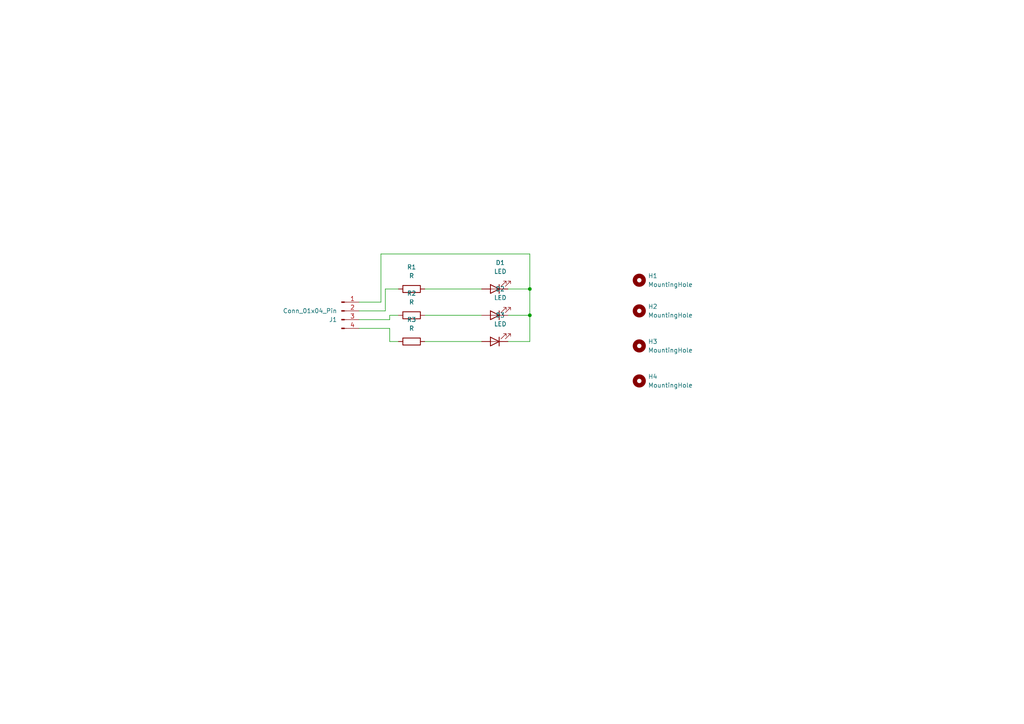
<source format=kicad_sch>
(kicad_sch
	(version 20250114)
	(generator "eeschema")
	(generator_version "9.0")
	(uuid "337cb4a7-c655-4b8a-a332-c5c5a0558540")
	(paper "A4")
	(lib_symbols
		(symbol "Connector:Conn_01x04_Pin"
			(pin_names
				(offset 1.016)
				(hide yes)
			)
			(exclude_from_sim no)
			(in_bom yes)
			(on_board yes)
			(property "Reference" "J"
				(at 0 5.08 0)
				(effects
					(font
						(size 1.27 1.27)
					)
				)
			)
			(property "Value" "Conn_01x04_Pin"
				(at 0 -7.62 0)
				(effects
					(font
						(size 1.27 1.27)
					)
				)
			)
			(property "Footprint" ""
				(at 0 0 0)
				(effects
					(font
						(size 1.27 1.27)
					)
					(hide yes)
				)
			)
			(property "Datasheet" "~"
				(at 0 0 0)
				(effects
					(font
						(size 1.27 1.27)
					)
					(hide yes)
				)
			)
			(property "Description" "Generic connector, single row, 01x04, script generated"
				(at 0 0 0)
				(effects
					(font
						(size 1.27 1.27)
					)
					(hide yes)
				)
			)
			(property "ki_locked" ""
				(at 0 0 0)
				(effects
					(font
						(size 1.27 1.27)
					)
				)
			)
			(property "ki_keywords" "connector"
				(at 0 0 0)
				(effects
					(font
						(size 1.27 1.27)
					)
					(hide yes)
				)
			)
			(property "ki_fp_filters" "Connector*:*_1x??_*"
				(at 0 0 0)
				(effects
					(font
						(size 1.27 1.27)
					)
					(hide yes)
				)
			)
			(symbol "Conn_01x04_Pin_1_1"
				(rectangle
					(start 0.8636 2.667)
					(end 0 2.413)
					(stroke
						(width 0.1524)
						(type default)
					)
					(fill
						(type outline)
					)
				)
				(rectangle
					(start 0.8636 0.127)
					(end 0 -0.127)
					(stroke
						(width 0.1524)
						(type default)
					)
					(fill
						(type outline)
					)
				)
				(rectangle
					(start 0.8636 -2.413)
					(end 0 -2.667)
					(stroke
						(width 0.1524)
						(type default)
					)
					(fill
						(type outline)
					)
				)
				(rectangle
					(start 0.8636 -4.953)
					(end 0 -5.207)
					(stroke
						(width 0.1524)
						(type default)
					)
					(fill
						(type outline)
					)
				)
				(polyline
					(pts
						(xy 1.27 2.54) (xy 0.8636 2.54)
					)
					(stroke
						(width 0.1524)
						(type default)
					)
					(fill
						(type none)
					)
				)
				(polyline
					(pts
						(xy 1.27 0) (xy 0.8636 0)
					)
					(stroke
						(width 0.1524)
						(type default)
					)
					(fill
						(type none)
					)
				)
				(polyline
					(pts
						(xy 1.27 -2.54) (xy 0.8636 -2.54)
					)
					(stroke
						(width 0.1524)
						(type default)
					)
					(fill
						(type none)
					)
				)
				(polyline
					(pts
						(xy 1.27 -5.08) (xy 0.8636 -5.08)
					)
					(stroke
						(width 0.1524)
						(type default)
					)
					(fill
						(type none)
					)
				)
				(pin passive line
					(at 5.08 2.54 180)
					(length 3.81)
					(name "Pin_1"
						(effects
							(font
								(size 1.27 1.27)
							)
						)
					)
					(number "1"
						(effects
							(font
								(size 1.27 1.27)
							)
						)
					)
				)
				(pin passive line
					(at 5.08 0 180)
					(length 3.81)
					(name "Pin_2"
						(effects
							(font
								(size 1.27 1.27)
							)
						)
					)
					(number "2"
						(effects
							(font
								(size 1.27 1.27)
							)
						)
					)
				)
				(pin passive line
					(at 5.08 -2.54 180)
					(length 3.81)
					(name "Pin_3"
						(effects
							(font
								(size 1.27 1.27)
							)
						)
					)
					(number "3"
						(effects
							(font
								(size 1.27 1.27)
							)
						)
					)
				)
				(pin passive line
					(at 5.08 -5.08 180)
					(length 3.81)
					(name "Pin_4"
						(effects
							(font
								(size 1.27 1.27)
							)
						)
					)
					(number "4"
						(effects
							(font
								(size 1.27 1.27)
							)
						)
					)
				)
			)
			(embedded_fonts no)
		)
		(symbol "Device:LED"
			(pin_numbers
				(hide yes)
			)
			(pin_names
				(offset 1.016)
				(hide yes)
			)
			(exclude_from_sim no)
			(in_bom yes)
			(on_board yes)
			(property "Reference" "D"
				(at 0 2.54 0)
				(effects
					(font
						(size 1.27 1.27)
					)
				)
			)
			(property "Value" "LED"
				(at 0 -2.54 0)
				(effects
					(font
						(size 1.27 1.27)
					)
				)
			)
			(property "Footprint" ""
				(at 0 0 0)
				(effects
					(font
						(size 1.27 1.27)
					)
					(hide yes)
				)
			)
			(property "Datasheet" "~"
				(at 0 0 0)
				(effects
					(font
						(size 1.27 1.27)
					)
					(hide yes)
				)
			)
			(property "Description" "Light emitting diode"
				(at 0 0 0)
				(effects
					(font
						(size 1.27 1.27)
					)
					(hide yes)
				)
			)
			(property "Sim.Pins" "1=K 2=A"
				(at 0 0 0)
				(effects
					(font
						(size 1.27 1.27)
					)
					(hide yes)
				)
			)
			(property "ki_keywords" "LED diode"
				(at 0 0 0)
				(effects
					(font
						(size 1.27 1.27)
					)
					(hide yes)
				)
			)
			(property "ki_fp_filters" "LED* LED_SMD:* LED_THT:*"
				(at 0 0 0)
				(effects
					(font
						(size 1.27 1.27)
					)
					(hide yes)
				)
			)
			(symbol "LED_0_1"
				(polyline
					(pts
						(xy -3.048 -0.762) (xy -4.572 -2.286) (xy -3.81 -2.286) (xy -4.572 -2.286) (xy -4.572 -1.524)
					)
					(stroke
						(width 0)
						(type default)
					)
					(fill
						(type none)
					)
				)
				(polyline
					(pts
						(xy -1.778 -0.762) (xy -3.302 -2.286) (xy -2.54 -2.286) (xy -3.302 -2.286) (xy -3.302 -1.524)
					)
					(stroke
						(width 0)
						(type default)
					)
					(fill
						(type none)
					)
				)
				(polyline
					(pts
						(xy -1.27 0) (xy 1.27 0)
					)
					(stroke
						(width 0)
						(type default)
					)
					(fill
						(type none)
					)
				)
				(polyline
					(pts
						(xy -1.27 -1.27) (xy -1.27 1.27)
					)
					(stroke
						(width 0.254)
						(type default)
					)
					(fill
						(type none)
					)
				)
				(polyline
					(pts
						(xy 1.27 -1.27) (xy 1.27 1.27) (xy -1.27 0) (xy 1.27 -1.27)
					)
					(stroke
						(width 0.254)
						(type default)
					)
					(fill
						(type none)
					)
				)
			)
			(symbol "LED_1_1"
				(pin passive line
					(at -3.81 0 0)
					(length 2.54)
					(name "K"
						(effects
							(font
								(size 1.27 1.27)
							)
						)
					)
					(number "1"
						(effects
							(font
								(size 1.27 1.27)
							)
						)
					)
				)
				(pin passive line
					(at 3.81 0 180)
					(length 2.54)
					(name "A"
						(effects
							(font
								(size 1.27 1.27)
							)
						)
					)
					(number "2"
						(effects
							(font
								(size 1.27 1.27)
							)
						)
					)
				)
			)
			(embedded_fonts no)
		)
		(symbol "Device:R"
			(pin_numbers
				(hide yes)
			)
			(pin_names
				(offset 0)
			)
			(exclude_from_sim no)
			(in_bom yes)
			(on_board yes)
			(property "Reference" "R"
				(at 2.032 0 90)
				(effects
					(font
						(size 1.27 1.27)
					)
				)
			)
			(property "Value" "R"
				(at 0 0 90)
				(effects
					(font
						(size 1.27 1.27)
					)
				)
			)
			(property "Footprint" ""
				(at -1.778 0 90)
				(effects
					(font
						(size 1.27 1.27)
					)
					(hide yes)
				)
			)
			(property "Datasheet" "~"
				(at 0 0 0)
				(effects
					(font
						(size 1.27 1.27)
					)
					(hide yes)
				)
			)
			(property "Description" "Resistor"
				(at 0 0 0)
				(effects
					(font
						(size 1.27 1.27)
					)
					(hide yes)
				)
			)
			(property "ki_keywords" "R res resistor"
				(at 0 0 0)
				(effects
					(font
						(size 1.27 1.27)
					)
					(hide yes)
				)
			)
			(property "ki_fp_filters" "R_*"
				(at 0 0 0)
				(effects
					(font
						(size 1.27 1.27)
					)
					(hide yes)
				)
			)
			(symbol "R_0_1"
				(rectangle
					(start -1.016 -2.54)
					(end 1.016 2.54)
					(stroke
						(width 0.254)
						(type default)
					)
					(fill
						(type none)
					)
				)
			)
			(symbol "R_1_1"
				(pin passive line
					(at 0 3.81 270)
					(length 1.27)
					(name "~"
						(effects
							(font
								(size 1.27 1.27)
							)
						)
					)
					(number "1"
						(effects
							(font
								(size 1.27 1.27)
							)
						)
					)
				)
				(pin passive line
					(at 0 -3.81 90)
					(length 1.27)
					(name "~"
						(effects
							(font
								(size 1.27 1.27)
							)
						)
					)
					(number "2"
						(effects
							(font
								(size 1.27 1.27)
							)
						)
					)
				)
			)
			(embedded_fonts no)
		)
		(symbol "Mechanical:MountingHole"
			(pin_names
				(offset 1.016)
			)
			(exclude_from_sim yes)
			(in_bom no)
			(on_board yes)
			(property "Reference" "H"
				(at 0 5.08 0)
				(effects
					(font
						(size 1.27 1.27)
					)
				)
			)
			(property "Value" "MountingHole"
				(at 0 3.175 0)
				(effects
					(font
						(size 1.27 1.27)
					)
				)
			)
			(property "Footprint" ""
				(at 0 0 0)
				(effects
					(font
						(size 1.27 1.27)
					)
					(hide yes)
				)
			)
			(property "Datasheet" "~"
				(at 0 0 0)
				(effects
					(font
						(size 1.27 1.27)
					)
					(hide yes)
				)
			)
			(property "Description" "Mounting Hole without connection"
				(at 0 0 0)
				(effects
					(font
						(size 1.27 1.27)
					)
					(hide yes)
				)
			)
			(property "ki_keywords" "mounting hole"
				(at 0 0 0)
				(effects
					(font
						(size 1.27 1.27)
					)
					(hide yes)
				)
			)
			(property "ki_fp_filters" "MountingHole*"
				(at 0 0 0)
				(effects
					(font
						(size 1.27 1.27)
					)
					(hide yes)
				)
			)
			(symbol "MountingHole_0_1"
				(circle
					(center 0 0)
					(radius 1.27)
					(stroke
						(width 1.27)
						(type default)
					)
					(fill
						(type none)
					)
				)
			)
			(embedded_fonts no)
		)
	)
	(junction
		(at 153.67 83.82)
		(diameter 0)
		(color 0 0 0 0)
		(uuid "b1e2dde6-b635-4128-ae3c-aaa7ac9fee7f")
	)
	(junction
		(at 153.67 91.44)
		(diameter 0)
		(color 0 0 0 0)
		(uuid "cda03751-de11-4d3f-903b-cb4201b56c22")
	)
	(wire
		(pts
			(xy 147.32 91.44) (xy 153.67 91.44)
		)
		(stroke
			(width 0)
			(type default)
		)
		(uuid "303a8d50-ed0e-4358-ac15-11bcb561fd64")
	)
	(wire
		(pts
			(xy 123.19 91.44) (xy 139.7 91.44)
		)
		(stroke
			(width 0)
			(type default)
		)
		(uuid "486c7449-7450-4145-9851-4802decd09d9")
	)
	(wire
		(pts
			(xy 111.76 83.82) (xy 115.57 83.82)
		)
		(stroke
			(width 0)
			(type default)
		)
		(uuid "62695167-ab3d-4580-ab00-38b10f0f3976")
	)
	(wire
		(pts
			(xy 153.67 73.66) (xy 110.49 73.66)
		)
		(stroke
			(width 0)
			(type default)
		)
		(uuid "653898bf-1a72-4623-a1eb-24eda13a4a1a")
	)
	(wire
		(pts
			(xy 153.67 91.44) (xy 153.67 83.82)
		)
		(stroke
			(width 0)
			(type default)
		)
		(uuid "6dc479da-a349-4105-8414-0d6c955d135e")
	)
	(wire
		(pts
			(xy 113.03 95.25) (xy 113.03 99.06)
		)
		(stroke
			(width 0)
			(type default)
		)
		(uuid "72098080-1a8b-4ada-a3fc-f5eaa3edf264")
	)
	(wire
		(pts
			(xy 104.14 95.25) (xy 113.03 95.25)
		)
		(stroke
			(width 0)
			(type default)
		)
		(uuid "7711d9a9-faf6-4690-b41e-78e021e6c924")
	)
	(wire
		(pts
			(xy 147.32 99.06) (xy 153.67 99.06)
		)
		(stroke
			(width 0)
			(type default)
		)
		(uuid "790597bf-5f5b-4e13-93fc-8d418e163803")
	)
	(wire
		(pts
			(xy 104.14 90.17) (xy 111.76 90.17)
		)
		(stroke
			(width 0)
			(type default)
		)
		(uuid "8147c73d-d7ff-4e49-89ee-98785ea43f11")
	)
	(wire
		(pts
			(xy 153.67 83.82) (xy 147.32 83.82)
		)
		(stroke
			(width 0)
			(type default)
		)
		(uuid "94d42e74-3f84-466d-92a8-72a89552476c")
	)
	(wire
		(pts
			(xy 123.19 99.06) (xy 139.7 99.06)
		)
		(stroke
			(width 0)
			(type default)
		)
		(uuid "9bb5e382-593e-41d3-8ff7-6e6fb597e3c6")
	)
	(wire
		(pts
			(xy 113.03 92.71) (xy 113.03 91.44)
		)
		(stroke
			(width 0)
			(type default)
		)
		(uuid "9e10f2e4-7077-4734-9bd4-e7772ff29b6f")
	)
	(wire
		(pts
			(xy 153.67 83.82) (xy 153.67 73.66)
		)
		(stroke
			(width 0)
			(type default)
		)
		(uuid "bf603685-a829-4fad-8e94-cdc73c020d1f")
	)
	(wire
		(pts
			(xy 110.49 87.63) (xy 104.14 87.63)
		)
		(stroke
			(width 0)
			(type default)
		)
		(uuid "bfed342b-db99-4b8f-85e2-c9550a1e72c8")
	)
	(wire
		(pts
			(xy 110.49 73.66) (xy 110.49 87.63)
		)
		(stroke
			(width 0)
			(type default)
		)
		(uuid "c90c11d9-5a9b-4d3c-b990-0a8ad72cefda")
	)
	(wire
		(pts
			(xy 104.14 92.71) (xy 113.03 92.71)
		)
		(stroke
			(width 0)
			(type default)
		)
		(uuid "d1556611-3766-437f-bc88-86d4c72ac514")
	)
	(wire
		(pts
			(xy 113.03 99.06) (xy 115.57 99.06)
		)
		(stroke
			(width 0)
			(type default)
		)
		(uuid "d70226a9-005b-428f-b7d3-d227ee03aae5")
	)
	(wire
		(pts
			(xy 113.03 91.44) (xy 115.57 91.44)
		)
		(stroke
			(width 0)
			(type default)
		)
		(uuid "e3c1aa3b-3e97-4a95-9306-29041785cce6")
	)
	(wire
		(pts
			(xy 123.19 83.82) (xy 139.7 83.82)
		)
		(stroke
			(width 0)
			(type default)
		)
		(uuid "f9149e76-82fe-4965-9318-5d9052aef4a0")
	)
	(wire
		(pts
			(xy 111.76 90.17) (xy 111.76 83.82)
		)
		(stroke
			(width 0)
			(type default)
		)
		(uuid "fbcf3e02-0815-42e1-b600-be6bddc5e86f")
	)
	(wire
		(pts
			(xy 153.67 99.06) (xy 153.67 91.44)
		)
		(stroke
			(width 0)
			(type default)
		)
		(uuid "fc9965fc-ccf4-4d39-ac0e-a8dfd3fef438")
	)
	(symbol
		(lib_id "Device:LED")
		(at 143.51 99.06 180)
		(unit 1)
		(exclude_from_sim no)
		(in_bom yes)
		(on_board yes)
		(dnp no)
		(fields_autoplaced yes)
		(uuid "0360c9b5-0689-40f7-81ea-8280a6ef4fe3")
		(property "Reference" "D3"
			(at 145.0975 91.44 0)
			(effects
				(font
					(size 1.27 1.27)
				)
			)
		)
		(property "Value" "LED"
			(at 145.0975 93.98 0)
			(effects
				(font
					(size 1.27 1.27)
				)
			)
		)
		(property "Footprint" "LED_THT:LED_D3.0mm"
			(at 143.51 99.06 0)
			(effects
				(font
					(size 1.27 1.27)
				)
				(hide yes)
			)
		)
		(property "Datasheet" "~"
			(at 143.51 99.06 0)
			(effects
				(font
					(size 1.27 1.27)
				)
				(hide yes)
			)
		)
		(property "Description" "Light emitting diode"
			(at 143.51 99.06 0)
			(effects
				(font
					(size 1.27 1.27)
				)
				(hide yes)
			)
		)
		(property "Sim.Pins" "1=K 2=A"
			(at 143.51 99.06 0)
			(effects
				(font
					(size 1.27 1.27)
				)
				(hide yes)
			)
		)
		(pin "1"
			(uuid "19e4697b-f7d1-4730-a390-e724ca69695b")
		)
		(pin "2"
			(uuid "ead7cb1b-9346-4903-a652-7d65508b86d7")
		)
		(instances
			(project "SpotLight"
				(path "/337cb4a7-c655-4b8a-a332-c5c5a0558540"
					(reference "D3")
					(unit 1)
				)
			)
		)
	)
	(symbol
		(lib_id "Device:LED")
		(at 143.51 83.82 180)
		(unit 1)
		(exclude_from_sim no)
		(in_bom yes)
		(on_board yes)
		(dnp no)
		(fields_autoplaced yes)
		(uuid "181fd8c8-1b63-41ba-92ed-9b4e870461a3")
		(property "Reference" "D1"
			(at 145.0975 76.2 0)
			(effects
				(font
					(size 1.27 1.27)
				)
			)
		)
		(property "Value" "LED"
			(at 145.0975 78.74 0)
			(effects
				(font
					(size 1.27 1.27)
				)
			)
		)
		(property "Footprint" "LED_THT:LED_D3.0mm"
			(at 143.51 83.82 0)
			(effects
				(font
					(size 1.27 1.27)
				)
				(hide yes)
			)
		)
		(property "Datasheet" "~"
			(at 143.51 83.82 0)
			(effects
				(font
					(size 1.27 1.27)
				)
				(hide yes)
			)
		)
		(property "Description" "Light emitting diode"
			(at 143.51 83.82 0)
			(effects
				(font
					(size 1.27 1.27)
				)
				(hide yes)
			)
		)
		(property "Sim.Pins" "1=K 2=A"
			(at 143.51 83.82 0)
			(effects
				(font
					(size 1.27 1.27)
				)
				(hide yes)
			)
		)
		(pin "1"
			(uuid "c5164040-7a99-45e6-b62e-a7170a3442ea")
		)
		(pin "2"
			(uuid "c63411ca-c503-4737-9e74-5c902ec964b8")
		)
		(instances
			(project ""
				(path "/337cb4a7-c655-4b8a-a332-c5c5a0558540"
					(reference "D1")
					(unit 1)
				)
			)
		)
	)
	(symbol
		(lib_id "Mechanical:MountingHole")
		(at 185.42 90.17 0)
		(unit 1)
		(exclude_from_sim yes)
		(in_bom no)
		(on_board yes)
		(dnp no)
		(fields_autoplaced yes)
		(uuid "24d9103d-3130-4a6b-b59d-e83ea86c38ac")
		(property "Reference" "H2"
			(at 187.96 88.8999 0)
			(effects
				(font
					(size 1.27 1.27)
				)
				(justify left)
			)
		)
		(property "Value" "MountingHole"
			(at 187.96 91.4399 0)
			(effects
				(font
					(size 1.27 1.27)
				)
				(justify left)
			)
		)
		(property "Footprint" "MountingHole:MountingHole_2.5mm_Pad"
			(at 185.42 90.17 0)
			(effects
				(font
					(size 1.27 1.27)
				)
				(hide yes)
			)
		)
		(property "Datasheet" "~"
			(at 185.42 90.17 0)
			(effects
				(font
					(size 1.27 1.27)
				)
				(hide yes)
			)
		)
		(property "Description" "Mounting Hole without connection"
			(at 185.42 90.17 0)
			(effects
				(font
					(size 1.27 1.27)
				)
				(hide yes)
			)
		)
		(instances
			(project "SpotLight"
				(path "/337cb4a7-c655-4b8a-a332-c5c5a0558540"
					(reference "H2")
					(unit 1)
				)
			)
		)
	)
	(symbol
		(lib_id "Mechanical:MountingHole")
		(at 185.42 81.28 0)
		(unit 1)
		(exclude_from_sim yes)
		(in_bom no)
		(on_board yes)
		(dnp no)
		(fields_autoplaced yes)
		(uuid "2fc760c2-075b-4e7e-9158-e0baeac0b275")
		(property "Reference" "H1"
			(at 187.96 80.0099 0)
			(effects
				(font
					(size 1.27 1.27)
				)
				(justify left)
			)
		)
		(property "Value" "MountingHole"
			(at 187.96 82.5499 0)
			(effects
				(font
					(size 1.27 1.27)
				)
				(justify left)
			)
		)
		(property "Footprint" "MountingHole:MountingHole_2.5mm_Pad"
			(at 185.42 81.28 0)
			(effects
				(font
					(size 1.27 1.27)
				)
				(hide yes)
			)
		)
		(property "Datasheet" "~"
			(at 185.42 81.28 0)
			(effects
				(font
					(size 1.27 1.27)
				)
				(hide yes)
			)
		)
		(property "Description" "Mounting Hole without connection"
			(at 185.42 81.28 0)
			(effects
				(font
					(size 1.27 1.27)
				)
				(hide yes)
			)
		)
		(instances
			(project ""
				(path "/337cb4a7-c655-4b8a-a332-c5c5a0558540"
					(reference "H1")
					(unit 1)
				)
			)
		)
	)
	(symbol
		(lib_id "Device:R")
		(at 119.38 91.44 270)
		(unit 1)
		(exclude_from_sim no)
		(in_bom yes)
		(on_board yes)
		(dnp no)
		(fields_autoplaced yes)
		(uuid "566f0a92-35e8-43ee-8293-b45430112d69")
		(property "Reference" "R2"
			(at 119.38 85.09 90)
			(effects
				(font
					(size 1.27 1.27)
				)
			)
		)
		(property "Value" "R"
			(at 119.38 87.63 90)
			(effects
				(font
					(size 1.27 1.27)
				)
			)
		)
		(property "Footprint" "Resistor_THT:R_Axial_DIN0204_L3.6mm_D1.6mm_P5.08mm_Horizontal"
			(at 119.38 89.662 90)
			(effects
				(font
					(size 1.27 1.27)
				)
				(hide yes)
			)
		)
		(property "Datasheet" "~"
			(at 119.38 91.44 0)
			(effects
				(font
					(size 1.27 1.27)
				)
				(hide yes)
			)
		)
		(property "Description" "Resistor"
			(at 119.38 91.44 0)
			(effects
				(font
					(size 1.27 1.27)
				)
				(hide yes)
			)
		)
		(pin "1"
			(uuid "d355af59-24df-4207-9fc9-71f7547426ec")
		)
		(pin "2"
			(uuid "275eff8e-7aab-4050-ade8-46fbf1475065")
		)
		(instances
			(project "SpotLight"
				(path "/337cb4a7-c655-4b8a-a332-c5c5a0558540"
					(reference "R2")
					(unit 1)
				)
			)
		)
	)
	(symbol
		(lib_id "Device:LED")
		(at 143.51 91.44 180)
		(unit 1)
		(exclude_from_sim no)
		(in_bom yes)
		(on_board yes)
		(dnp no)
		(fields_autoplaced yes)
		(uuid "838245dd-b1f0-46fe-ac6c-ab3afd9b33b0")
		(property "Reference" "D2"
			(at 145.0975 83.82 0)
			(effects
				(font
					(size 1.27 1.27)
				)
			)
		)
		(property "Value" "LED"
			(at 145.0975 86.36 0)
			(effects
				(font
					(size 1.27 1.27)
				)
			)
		)
		(property "Footprint" "LED_THT:LED_D3.0mm"
			(at 143.51 91.44 0)
			(effects
				(font
					(size 1.27 1.27)
				)
				(hide yes)
			)
		)
		(property "Datasheet" "~"
			(at 143.51 91.44 0)
			(effects
				(font
					(size 1.27 1.27)
				)
				(hide yes)
			)
		)
		(property "Description" "Light emitting diode"
			(at 143.51 91.44 0)
			(effects
				(font
					(size 1.27 1.27)
				)
				(hide yes)
			)
		)
		(property "Sim.Pins" "1=K 2=A"
			(at 143.51 91.44 0)
			(effects
				(font
					(size 1.27 1.27)
				)
				(hide yes)
			)
		)
		(pin "1"
			(uuid "0a53c731-f505-4b0f-b1d2-abcac28da30a")
		)
		(pin "2"
			(uuid "fa84e5da-d44f-4602-abd1-8aefeb648317")
		)
		(instances
			(project "SpotLight"
				(path "/337cb4a7-c655-4b8a-a332-c5c5a0558540"
					(reference "D2")
					(unit 1)
				)
			)
		)
	)
	(symbol
		(lib_id "Device:R")
		(at 119.38 99.06 270)
		(unit 1)
		(exclude_from_sim no)
		(in_bom yes)
		(on_board yes)
		(dnp no)
		(fields_autoplaced yes)
		(uuid "9f616734-465b-4bad-a7df-bd3650e3a96c")
		(property "Reference" "R3"
			(at 119.38 92.71 90)
			(effects
				(font
					(size 1.27 1.27)
				)
			)
		)
		(property "Value" "R"
			(at 119.38 95.25 90)
			(effects
				(font
					(size 1.27 1.27)
				)
			)
		)
		(property "Footprint" "Resistor_THT:R_Axial_DIN0204_L3.6mm_D1.6mm_P5.08mm_Horizontal"
			(at 119.38 97.282 90)
			(effects
				(font
					(size 1.27 1.27)
				)
				(hide yes)
			)
		)
		(property "Datasheet" "~"
			(at 119.38 99.06 0)
			(effects
				(font
					(size 1.27 1.27)
				)
				(hide yes)
			)
		)
		(property "Description" "Resistor"
			(at 119.38 99.06 0)
			(effects
				(font
					(size 1.27 1.27)
				)
				(hide yes)
			)
		)
		(pin "1"
			(uuid "5e836fd5-5c14-4056-b29e-79296467c5d2")
		)
		(pin "2"
			(uuid "1770922c-3186-4fa8-8f91-ba630e7e99d6")
		)
		(instances
			(project "SpotLight"
				(path "/337cb4a7-c655-4b8a-a332-c5c5a0558540"
					(reference "R3")
					(unit 1)
				)
			)
		)
	)
	(symbol
		(lib_id "Device:R")
		(at 119.38 83.82 270)
		(unit 1)
		(exclude_from_sim no)
		(in_bom yes)
		(on_board yes)
		(dnp no)
		(fields_autoplaced yes)
		(uuid "aef3368c-f0cd-409d-8f4e-10b79209c7f6")
		(property "Reference" "R1"
			(at 119.38 77.47 90)
			(effects
				(font
					(size 1.27 1.27)
				)
			)
		)
		(property "Value" "R"
			(at 119.38 80.01 90)
			(effects
				(font
					(size 1.27 1.27)
				)
			)
		)
		(property "Footprint" "Resistor_THT:R_Axial_DIN0204_L3.6mm_D1.6mm_P5.08mm_Horizontal"
			(at 119.38 82.042 90)
			(effects
				(font
					(size 1.27 1.27)
				)
				(hide yes)
			)
		)
		(property "Datasheet" "~"
			(at 119.38 83.82 0)
			(effects
				(font
					(size 1.27 1.27)
				)
				(hide yes)
			)
		)
		(property "Description" "Resistor"
			(at 119.38 83.82 0)
			(effects
				(font
					(size 1.27 1.27)
				)
				(hide yes)
			)
		)
		(pin "1"
			(uuid "a27a1a90-f488-4cce-a261-ba3e37b60276")
		)
		(pin "2"
			(uuid "e1279629-f0c1-4ef2-87e5-f4338c1cde2b")
		)
		(instances
			(project ""
				(path "/337cb4a7-c655-4b8a-a332-c5c5a0558540"
					(reference "R1")
					(unit 1)
				)
			)
		)
	)
	(symbol
		(lib_id "Mechanical:MountingHole")
		(at 185.42 100.33 0)
		(unit 1)
		(exclude_from_sim yes)
		(in_bom no)
		(on_board yes)
		(dnp no)
		(fields_autoplaced yes)
		(uuid "bd806ae7-2aa8-4e8d-beaa-af0272f6dc6c")
		(property "Reference" "H3"
			(at 187.96 99.0599 0)
			(effects
				(font
					(size 1.27 1.27)
				)
				(justify left)
			)
		)
		(property "Value" "MountingHole"
			(at 187.96 101.5999 0)
			(effects
				(font
					(size 1.27 1.27)
				)
				(justify left)
			)
		)
		(property "Footprint" "MountingHole:MountingHole_2.5mm_Pad"
			(at 185.42 100.33 0)
			(effects
				(font
					(size 1.27 1.27)
				)
				(hide yes)
			)
		)
		(property "Datasheet" "~"
			(at 185.42 100.33 0)
			(effects
				(font
					(size 1.27 1.27)
				)
				(hide yes)
			)
		)
		(property "Description" "Mounting Hole without connection"
			(at 185.42 100.33 0)
			(effects
				(font
					(size 1.27 1.27)
				)
				(hide yes)
			)
		)
		(instances
			(project "SpotLight"
				(path "/337cb4a7-c655-4b8a-a332-c5c5a0558540"
					(reference "H3")
					(unit 1)
				)
			)
		)
	)
	(symbol
		(lib_id "Mechanical:MountingHole")
		(at 185.42 110.49 0)
		(unit 1)
		(exclude_from_sim yes)
		(in_bom no)
		(on_board yes)
		(dnp no)
		(fields_autoplaced yes)
		(uuid "c3a51b4c-96b9-48b3-8a89-b3cab526a87e")
		(property "Reference" "H4"
			(at 187.96 109.2199 0)
			(effects
				(font
					(size 1.27 1.27)
				)
				(justify left)
			)
		)
		(property "Value" "MountingHole"
			(at 187.96 111.7599 0)
			(effects
				(font
					(size 1.27 1.27)
				)
				(justify left)
			)
		)
		(property "Footprint" "MountingHole:MountingHole_2.5mm_Pad"
			(at 185.42 110.49 0)
			(effects
				(font
					(size 1.27 1.27)
				)
				(hide yes)
			)
		)
		(property "Datasheet" "~"
			(at 185.42 110.49 0)
			(effects
				(font
					(size 1.27 1.27)
				)
				(hide yes)
			)
		)
		(property "Description" "Mounting Hole without connection"
			(at 185.42 110.49 0)
			(effects
				(font
					(size 1.27 1.27)
				)
				(hide yes)
			)
		)
		(instances
			(project "SpotLight"
				(path "/337cb4a7-c655-4b8a-a332-c5c5a0558540"
					(reference "H4")
					(unit 1)
				)
			)
		)
	)
	(symbol
		(lib_id "Connector:Conn_01x04_Pin")
		(at 99.06 90.17 0)
		(unit 1)
		(exclude_from_sim no)
		(in_bom yes)
		(on_board yes)
		(dnp no)
		(uuid "fe52edae-e154-40af-acd6-63e20d2680a0")
		(property "Reference" "J1"
			(at 97.79 92.7101 0)
			(effects
				(font
					(size 1.27 1.27)
				)
				(justify right)
			)
		)
		(property "Value" "Conn_01x04_Pin"
			(at 97.79 90.1701 0)
			(effects
				(font
					(size 1.27 1.27)
				)
				(justify right)
			)
		)
		(property "Footprint" "Connector_PinHeader_2.54mm:PinHeader_1x04_P2.54mm_Horizontal"
			(at 99.06 90.17 0)
			(effects
				(font
					(size 1.27 1.27)
				)
				(hide yes)
			)
		)
		(property "Datasheet" "~"
			(at 99.06 90.17 0)
			(effects
				(font
					(size 1.27 1.27)
				)
				(hide yes)
			)
		)
		(property "Description" "Generic connector, single row, 01x04, script generated"
			(at 99.06 90.17 0)
			(effects
				(font
					(size 1.27 1.27)
				)
				(hide yes)
			)
		)
		(pin "4"
			(uuid "c24c883a-9bc3-47b1-8460-2ae9f824f1a8")
		)
		(pin "2"
			(uuid "218d8add-f77b-4bdc-a5d3-bb475e14c51f")
		)
		(pin "3"
			(uuid "6c99005a-ecf2-435f-b615-71628fb61541")
		)
		(pin "1"
			(uuid "b4bc9107-f975-4be1-9fea-eec7b372d1f3")
		)
		(instances
			(project ""
				(path "/337cb4a7-c655-4b8a-a332-c5c5a0558540"
					(reference "J1")
					(unit 1)
				)
			)
		)
	)
	(sheet_instances
		(path "/"
			(page "1")
		)
	)
	(embedded_fonts no)
)

</source>
